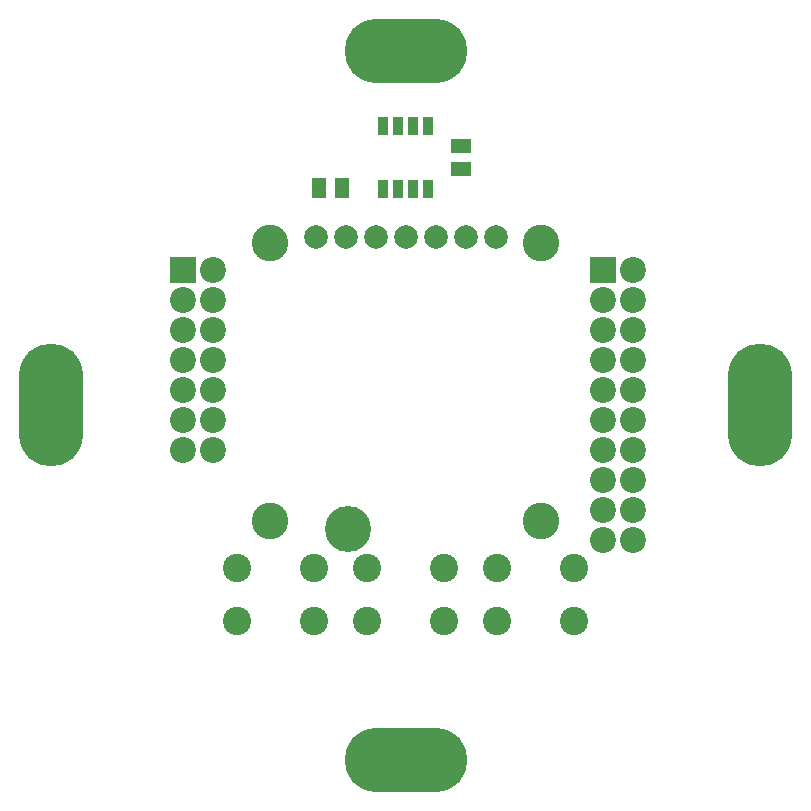
<source format=gbr>
G04 #@! TF.GenerationSoftware,KiCad,Pcbnew,5.0.0-fee4fd1~66~ubuntu16.04.1*
G04 #@! TF.CreationDate,2018-09-19T21:37:51+02:00*
G04 #@! TF.ProjectId,roomthermostat,726F6F6D746865726D6F737461742E6B,1*
G04 #@! TF.SameCoordinates,Original*
G04 #@! TF.FileFunction,Soldermask,Bot*
G04 #@! TF.FilePolarity,Negative*
%FSLAX46Y46*%
G04 Gerber Fmt 4.6, Leading zero omitted, Abs format (unit mm)*
G04 Created by KiCad (PCBNEW 5.0.0-fee4fd1~66~ubuntu16.04.1) date Wed Sep 19 21:37:51 2018*
%MOMM*%
%LPD*%
G01*
G04 APERTURE LIST*
%ADD10C,2.200000*%
%ADD11R,2.200000X2.200000*%
%ADD12C,3.900000*%
%ADD13O,10.400000X5.401260*%
%ADD14O,5.401260X10.400000*%
%ADD15R,1.289000X1.797000*%
%ADD16R,1.797000X1.289000*%
%ADD17C,3.100000*%
%ADD18C,2.000000*%
%ADD19R,0.908000X1.543000*%
%ADD20C,2.400000*%
G04 APERTURE END LIST*
D10*
G04 #@! TO.C,MOD1*
X80645000Y-104140000D03*
X78105000Y-104140000D03*
X80645000Y-101600000D03*
X78105000Y-101600000D03*
X80645000Y-99060000D03*
X78105000Y-99060000D03*
X80645000Y-96520000D03*
X78105000Y-96520000D03*
X80645000Y-93980000D03*
X78105000Y-93980000D03*
X80645000Y-91440000D03*
X78105000Y-91440000D03*
X80645000Y-88900000D03*
D11*
X78105000Y-88900000D03*
D10*
X116205000Y-111790000D03*
X113665000Y-111760000D03*
X116205000Y-109250000D03*
X113665000Y-109220000D03*
X116205000Y-106710000D03*
X113665000Y-106680000D03*
X116205000Y-104170000D03*
X113665000Y-104140000D03*
X116205000Y-101630000D03*
X113665000Y-101600000D03*
X116205000Y-99090000D03*
X113665000Y-99060000D03*
X116205000Y-96550000D03*
X113665000Y-96520000D03*
X116205000Y-93980000D03*
X113665000Y-93980000D03*
X116205000Y-91470000D03*
X113665000Y-91440000D03*
X116205000Y-88930000D03*
D11*
X113665000Y-88900000D03*
D12*
X92075000Y-110840000D03*
G04 #@! TD*
D13*
G04 #@! TO.C,H1*
X96915000Y-70370000D03*
G04 #@! TD*
D14*
G04 #@! TO.C,H4*
X66915000Y-100370000D03*
G04 #@! TD*
G04 #@! TO.C,H2*
X126915000Y-100370000D03*
G04 #@! TD*
D13*
G04 #@! TO.C,H3*
X96915000Y-130370000D03*
G04 #@! TD*
D15*
G04 #@! TO.C,C1*
X91517500Y-81955000D03*
X89612500Y-81955000D03*
G04 #@! TD*
D16*
G04 #@! TO.C,C2*
X101600000Y-80327500D03*
X101600000Y-78422500D03*
G04 #@! TD*
D17*
G04 #@! TO.C,MOD2*
X108415000Y-86620000D03*
X85415000Y-86620000D03*
X85415000Y-110120000D03*
X108415000Y-110120000D03*
D18*
X96915000Y-86120000D03*
X99455000Y-86120000D03*
X101995000Y-86120000D03*
X104535000Y-86120000D03*
X94375000Y-86120000D03*
X91835000Y-86120000D03*
X89295000Y-86120000D03*
G04 #@! TD*
D19*
G04 #@! TO.C,U1*
X98820000Y-76748000D03*
X98820000Y-82082000D03*
X97550000Y-76748000D03*
X96280000Y-76748000D03*
X95010000Y-76748000D03*
X97550000Y-82082000D03*
X96280000Y-82082000D03*
X95010000Y-82082000D03*
G04 #@! TD*
D20*
G04 #@! TO.C,S1*
X82665000Y-114120000D03*
X82665000Y-118620000D03*
X89165000Y-114120000D03*
X89165000Y-118620000D03*
G04 #@! TD*
G04 #@! TO.C,S2*
X93665000Y-114120000D03*
X93665000Y-118620000D03*
X100165000Y-114120000D03*
X100165000Y-118620000D03*
G04 #@! TD*
G04 #@! TO.C,S3*
X104665000Y-114120000D03*
X104665000Y-118620000D03*
X111165000Y-114120000D03*
X111165000Y-118620000D03*
G04 #@! TD*
M02*

</source>
